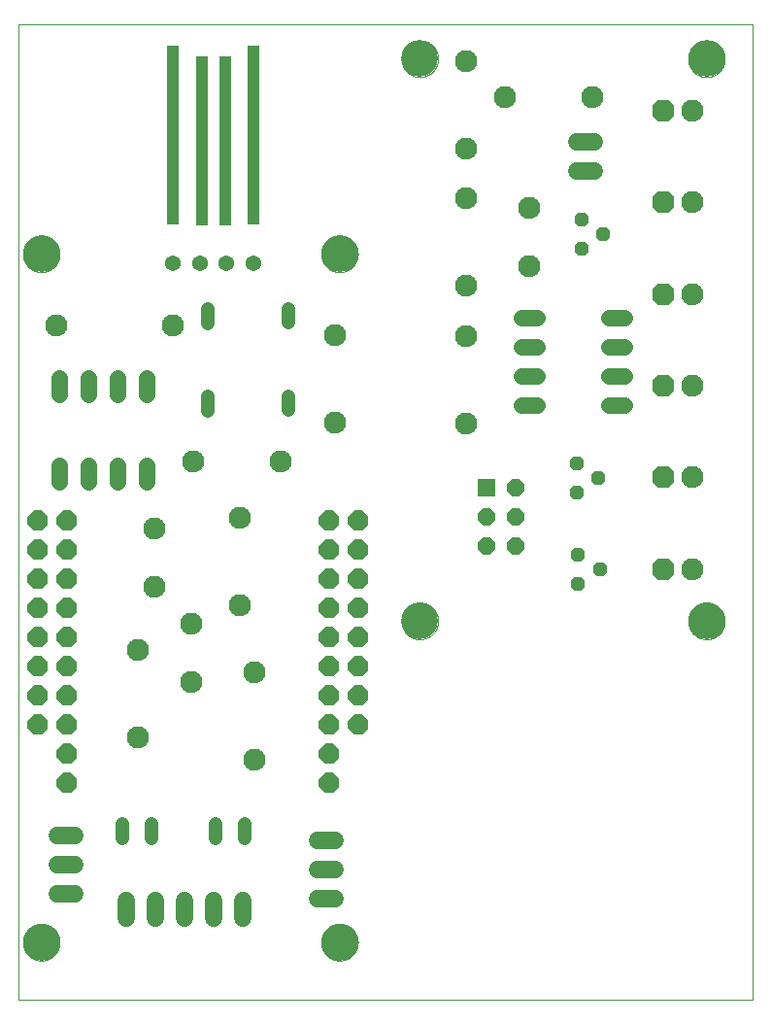
<source format=gts>
G75*
%MOIN*%
%OFA0B0*%
%FSLAX25Y25*%
%IPPOS*%
%LPD*%
%AMOC8*
5,1,8,0,0,1.08239X$1,22.5*
%
%ADD10C,0.00000*%
%ADD11C,0.12598*%
%ADD12C,0.07600*%
%ADD13C,0.04800*%
%ADD14OC8,0.07000*%
%ADD15R,0.06000X0.06000*%
%ADD16OC8,0.06000*%
%ADD17C,0.06000*%
%ADD18OC8,0.07600*%
%ADD19OC8,0.04800*%
%ADD20C,0.05600*%
%ADD21R,0.03937X0.61811*%
%ADD22R,0.03937X0.57874*%
%ADD23C,0.05400*%
D10*
X0001025Y0001000D02*
X0001025Y0335646D01*
X0252994Y0335646D01*
X0252994Y0001000D01*
X0001025Y0001000D01*
X0002600Y0020685D02*
X0002602Y0020843D01*
X0002608Y0021001D01*
X0002618Y0021159D01*
X0002632Y0021317D01*
X0002650Y0021474D01*
X0002671Y0021631D01*
X0002697Y0021787D01*
X0002727Y0021943D01*
X0002760Y0022098D01*
X0002798Y0022251D01*
X0002839Y0022404D01*
X0002884Y0022556D01*
X0002933Y0022707D01*
X0002986Y0022856D01*
X0003042Y0023004D01*
X0003102Y0023150D01*
X0003166Y0023295D01*
X0003234Y0023438D01*
X0003305Y0023580D01*
X0003379Y0023720D01*
X0003457Y0023857D01*
X0003539Y0023993D01*
X0003623Y0024127D01*
X0003712Y0024258D01*
X0003803Y0024387D01*
X0003898Y0024514D01*
X0003995Y0024639D01*
X0004096Y0024761D01*
X0004200Y0024880D01*
X0004307Y0024997D01*
X0004417Y0025111D01*
X0004530Y0025222D01*
X0004645Y0025331D01*
X0004763Y0025436D01*
X0004884Y0025538D01*
X0005007Y0025638D01*
X0005133Y0025734D01*
X0005261Y0025827D01*
X0005391Y0025917D01*
X0005524Y0026003D01*
X0005659Y0026087D01*
X0005795Y0026166D01*
X0005934Y0026243D01*
X0006075Y0026315D01*
X0006217Y0026385D01*
X0006361Y0026450D01*
X0006507Y0026512D01*
X0006654Y0026570D01*
X0006803Y0026625D01*
X0006953Y0026676D01*
X0007104Y0026723D01*
X0007256Y0026766D01*
X0007409Y0026805D01*
X0007564Y0026841D01*
X0007719Y0026872D01*
X0007875Y0026900D01*
X0008031Y0026924D01*
X0008188Y0026944D01*
X0008346Y0026960D01*
X0008503Y0026972D01*
X0008662Y0026980D01*
X0008820Y0026984D01*
X0008978Y0026984D01*
X0009136Y0026980D01*
X0009295Y0026972D01*
X0009452Y0026960D01*
X0009610Y0026944D01*
X0009767Y0026924D01*
X0009923Y0026900D01*
X0010079Y0026872D01*
X0010234Y0026841D01*
X0010389Y0026805D01*
X0010542Y0026766D01*
X0010694Y0026723D01*
X0010845Y0026676D01*
X0010995Y0026625D01*
X0011144Y0026570D01*
X0011291Y0026512D01*
X0011437Y0026450D01*
X0011581Y0026385D01*
X0011723Y0026315D01*
X0011864Y0026243D01*
X0012003Y0026166D01*
X0012139Y0026087D01*
X0012274Y0026003D01*
X0012407Y0025917D01*
X0012537Y0025827D01*
X0012665Y0025734D01*
X0012791Y0025638D01*
X0012914Y0025538D01*
X0013035Y0025436D01*
X0013153Y0025331D01*
X0013268Y0025222D01*
X0013381Y0025111D01*
X0013491Y0024997D01*
X0013598Y0024880D01*
X0013702Y0024761D01*
X0013803Y0024639D01*
X0013900Y0024514D01*
X0013995Y0024387D01*
X0014086Y0024258D01*
X0014175Y0024127D01*
X0014259Y0023993D01*
X0014341Y0023857D01*
X0014419Y0023720D01*
X0014493Y0023580D01*
X0014564Y0023438D01*
X0014632Y0023295D01*
X0014696Y0023150D01*
X0014756Y0023004D01*
X0014812Y0022856D01*
X0014865Y0022707D01*
X0014914Y0022556D01*
X0014959Y0022404D01*
X0015000Y0022251D01*
X0015038Y0022098D01*
X0015071Y0021943D01*
X0015101Y0021787D01*
X0015127Y0021631D01*
X0015148Y0021474D01*
X0015166Y0021317D01*
X0015180Y0021159D01*
X0015190Y0021001D01*
X0015196Y0020843D01*
X0015198Y0020685D01*
X0015196Y0020527D01*
X0015190Y0020369D01*
X0015180Y0020211D01*
X0015166Y0020053D01*
X0015148Y0019896D01*
X0015127Y0019739D01*
X0015101Y0019583D01*
X0015071Y0019427D01*
X0015038Y0019272D01*
X0015000Y0019119D01*
X0014959Y0018966D01*
X0014914Y0018814D01*
X0014865Y0018663D01*
X0014812Y0018514D01*
X0014756Y0018366D01*
X0014696Y0018220D01*
X0014632Y0018075D01*
X0014564Y0017932D01*
X0014493Y0017790D01*
X0014419Y0017650D01*
X0014341Y0017513D01*
X0014259Y0017377D01*
X0014175Y0017243D01*
X0014086Y0017112D01*
X0013995Y0016983D01*
X0013900Y0016856D01*
X0013803Y0016731D01*
X0013702Y0016609D01*
X0013598Y0016490D01*
X0013491Y0016373D01*
X0013381Y0016259D01*
X0013268Y0016148D01*
X0013153Y0016039D01*
X0013035Y0015934D01*
X0012914Y0015832D01*
X0012791Y0015732D01*
X0012665Y0015636D01*
X0012537Y0015543D01*
X0012407Y0015453D01*
X0012274Y0015367D01*
X0012139Y0015283D01*
X0012003Y0015204D01*
X0011864Y0015127D01*
X0011723Y0015055D01*
X0011581Y0014985D01*
X0011437Y0014920D01*
X0011291Y0014858D01*
X0011144Y0014800D01*
X0010995Y0014745D01*
X0010845Y0014694D01*
X0010694Y0014647D01*
X0010542Y0014604D01*
X0010389Y0014565D01*
X0010234Y0014529D01*
X0010079Y0014498D01*
X0009923Y0014470D01*
X0009767Y0014446D01*
X0009610Y0014426D01*
X0009452Y0014410D01*
X0009295Y0014398D01*
X0009136Y0014390D01*
X0008978Y0014386D01*
X0008820Y0014386D01*
X0008662Y0014390D01*
X0008503Y0014398D01*
X0008346Y0014410D01*
X0008188Y0014426D01*
X0008031Y0014446D01*
X0007875Y0014470D01*
X0007719Y0014498D01*
X0007564Y0014529D01*
X0007409Y0014565D01*
X0007256Y0014604D01*
X0007104Y0014647D01*
X0006953Y0014694D01*
X0006803Y0014745D01*
X0006654Y0014800D01*
X0006507Y0014858D01*
X0006361Y0014920D01*
X0006217Y0014985D01*
X0006075Y0015055D01*
X0005934Y0015127D01*
X0005795Y0015204D01*
X0005659Y0015283D01*
X0005524Y0015367D01*
X0005391Y0015453D01*
X0005261Y0015543D01*
X0005133Y0015636D01*
X0005007Y0015732D01*
X0004884Y0015832D01*
X0004763Y0015934D01*
X0004645Y0016039D01*
X0004530Y0016148D01*
X0004417Y0016259D01*
X0004307Y0016373D01*
X0004200Y0016490D01*
X0004096Y0016609D01*
X0003995Y0016731D01*
X0003898Y0016856D01*
X0003803Y0016983D01*
X0003712Y0017112D01*
X0003623Y0017243D01*
X0003539Y0017377D01*
X0003457Y0017513D01*
X0003379Y0017650D01*
X0003305Y0017790D01*
X0003234Y0017932D01*
X0003166Y0018075D01*
X0003102Y0018220D01*
X0003042Y0018366D01*
X0002986Y0018514D01*
X0002933Y0018663D01*
X0002884Y0018814D01*
X0002839Y0018966D01*
X0002798Y0019119D01*
X0002760Y0019272D01*
X0002727Y0019427D01*
X0002697Y0019583D01*
X0002671Y0019739D01*
X0002650Y0019896D01*
X0002632Y0020053D01*
X0002618Y0020211D01*
X0002608Y0020369D01*
X0002602Y0020527D01*
X0002600Y0020685D01*
X0104962Y0020685D02*
X0104964Y0020843D01*
X0104970Y0021001D01*
X0104980Y0021159D01*
X0104994Y0021317D01*
X0105012Y0021474D01*
X0105033Y0021631D01*
X0105059Y0021787D01*
X0105089Y0021943D01*
X0105122Y0022098D01*
X0105160Y0022251D01*
X0105201Y0022404D01*
X0105246Y0022556D01*
X0105295Y0022707D01*
X0105348Y0022856D01*
X0105404Y0023004D01*
X0105464Y0023150D01*
X0105528Y0023295D01*
X0105596Y0023438D01*
X0105667Y0023580D01*
X0105741Y0023720D01*
X0105819Y0023857D01*
X0105901Y0023993D01*
X0105985Y0024127D01*
X0106074Y0024258D01*
X0106165Y0024387D01*
X0106260Y0024514D01*
X0106357Y0024639D01*
X0106458Y0024761D01*
X0106562Y0024880D01*
X0106669Y0024997D01*
X0106779Y0025111D01*
X0106892Y0025222D01*
X0107007Y0025331D01*
X0107125Y0025436D01*
X0107246Y0025538D01*
X0107369Y0025638D01*
X0107495Y0025734D01*
X0107623Y0025827D01*
X0107753Y0025917D01*
X0107886Y0026003D01*
X0108021Y0026087D01*
X0108157Y0026166D01*
X0108296Y0026243D01*
X0108437Y0026315D01*
X0108579Y0026385D01*
X0108723Y0026450D01*
X0108869Y0026512D01*
X0109016Y0026570D01*
X0109165Y0026625D01*
X0109315Y0026676D01*
X0109466Y0026723D01*
X0109618Y0026766D01*
X0109771Y0026805D01*
X0109926Y0026841D01*
X0110081Y0026872D01*
X0110237Y0026900D01*
X0110393Y0026924D01*
X0110550Y0026944D01*
X0110708Y0026960D01*
X0110865Y0026972D01*
X0111024Y0026980D01*
X0111182Y0026984D01*
X0111340Y0026984D01*
X0111498Y0026980D01*
X0111657Y0026972D01*
X0111814Y0026960D01*
X0111972Y0026944D01*
X0112129Y0026924D01*
X0112285Y0026900D01*
X0112441Y0026872D01*
X0112596Y0026841D01*
X0112751Y0026805D01*
X0112904Y0026766D01*
X0113056Y0026723D01*
X0113207Y0026676D01*
X0113357Y0026625D01*
X0113506Y0026570D01*
X0113653Y0026512D01*
X0113799Y0026450D01*
X0113943Y0026385D01*
X0114085Y0026315D01*
X0114226Y0026243D01*
X0114365Y0026166D01*
X0114501Y0026087D01*
X0114636Y0026003D01*
X0114769Y0025917D01*
X0114899Y0025827D01*
X0115027Y0025734D01*
X0115153Y0025638D01*
X0115276Y0025538D01*
X0115397Y0025436D01*
X0115515Y0025331D01*
X0115630Y0025222D01*
X0115743Y0025111D01*
X0115853Y0024997D01*
X0115960Y0024880D01*
X0116064Y0024761D01*
X0116165Y0024639D01*
X0116262Y0024514D01*
X0116357Y0024387D01*
X0116448Y0024258D01*
X0116537Y0024127D01*
X0116621Y0023993D01*
X0116703Y0023857D01*
X0116781Y0023720D01*
X0116855Y0023580D01*
X0116926Y0023438D01*
X0116994Y0023295D01*
X0117058Y0023150D01*
X0117118Y0023004D01*
X0117174Y0022856D01*
X0117227Y0022707D01*
X0117276Y0022556D01*
X0117321Y0022404D01*
X0117362Y0022251D01*
X0117400Y0022098D01*
X0117433Y0021943D01*
X0117463Y0021787D01*
X0117489Y0021631D01*
X0117510Y0021474D01*
X0117528Y0021317D01*
X0117542Y0021159D01*
X0117552Y0021001D01*
X0117558Y0020843D01*
X0117560Y0020685D01*
X0117558Y0020527D01*
X0117552Y0020369D01*
X0117542Y0020211D01*
X0117528Y0020053D01*
X0117510Y0019896D01*
X0117489Y0019739D01*
X0117463Y0019583D01*
X0117433Y0019427D01*
X0117400Y0019272D01*
X0117362Y0019119D01*
X0117321Y0018966D01*
X0117276Y0018814D01*
X0117227Y0018663D01*
X0117174Y0018514D01*
X0117118Y0018366D01*
X0117058Y0018220D01*
X0116994Y0018075D01*
X0116926Y0017932D01*
X0116855Y0017790D01*
X0116781Y0017650D01*
X0116703Y0017513D01*
X0116621Y0017377D01*
X0116537Y0017243D01*
X0116448Y0017112D01*
X0116357Y0016983D01*
X0116262Y0016856D01*
X0116165Y0016731D01*
X0116064Y0016609D01*
X0115960Y0016490D01*
X0115853Y0016373D01*
X0115743Y0016259D01*
X0115630Y0016148D01*
X0115515Y0016039D01*
X0115397Y0015934D01*
X0115276Y0015832D01*
X0115153Y0015732D01*
X0115027Y0015636D01*
X0114899Y0015543D01*
X0114769Y0015453D01*
X0114636Y0015367D01*
X0114501Y0015283D01*
X0114365Y0015204D01*
X0114226Y0015127D01*
X0114085Y0015055D01*
X0113943Y0014985D01*
X0113799Y0014920D01*
X0113653Y0014858D01*
X0113506Y0014800D01*
X0113357Y0014745D01*
X0113207Y0014694D01*
X0113056Y0014647D01*
X0112904Y0014604D01*
X0112751Y0014565D01*
X0112596Y0014529D01*
X0112441Y0014498D01*
X0112285Y0014470D01*
X0112129Y0014446D01*
X0111972Y0014426D01*
X0111814Y0014410D01*
X0111657Y0014398D01*
X0111498Y0014390D01*
X0111340Y0014386D01*
X0111182Y0014386D01*
X0111024Y0014390D01*
X0110865Y0014398D01*
X0110708Y0014410D01*
X0110550Y0014426D01*
X0110393Y0014446D01*
X0110237Y0014470D01*
X0110081Y0014498D01*
X0109926Y0014529D01*
X0109771Y0014565D01*
X0109618Y0014604D01*
X0109466Y0014647D01*
X0109315Y0014694D01*
X0109165Y0014745D01*
X0109016Y0014800D01*
X0108869Y0014858D01*
X0108723Y0014920D01*
X0108579Y0014985D01*
X0108437Y0015055D01*
X0108296Y0015127D01*
X0108157Y0015204D01*
X0108021Y0015283D01*
X0107886Y0015367D01*
X0107753Y0015453D01*
X0107623Y0015543D01*
X0107495Y0015636D01*
X0107369Y0015732D01*
X0107246Y0015832D01*
X0107125Y0015934D01*
X0107007Y0016039D01*
X0106892Y0016148D01*
X0106779Y0016259D01*
X0106669Y0016373D01*
X0106562Y0016490D01*
X0106458Y0016609D01*
X0106357Y0016731D01*
X0106260Y0016856D01*
X0106165Y0016983D01*
X0106074Y0017112D01*
X0105985Y0017243D01*
X0105901Y0017377D01*
X0105819Y0017513D01*
X0105741Y0017650D01*
X0105667Y0017790D01*
X0105596Y0017932D01*
X0105528Y0018075D01*
X0105464Y0018220D01*
X0105404Y0018366D01*
X0105348Y0018514D01*
X0105295Y0018663D01*
X0105246Y0018814D01*
X0105201Y0018966D01*
X0105160Y0019119D01*
X0105122Y0019272D01*
X0105089Y0019427D01*
X0105059Y0019583D01*
X0105033Y0019739D01*
X0105012Y0019896D01*
X0104994Y0020053D01*
X0104980Y0020211D01*
X0104970Y0020369D01*
X0104964Y0020527D01*
X0104962Y0020685D01*
X0132521Y0130921D02*
X0132523Y0131079D01*
X0132529Y0131237D01*
X0132539Y0131395D01*
X0132553Y0131553D01*
X0132571Y0131710D01*
X0132592Y0131867D01*
X0132618Y0132023D01*
X0132648Y0132179D01*
X0132681Y0132334D01*
X0132719Y0132487D01*
X0132760Y0132640D01*
X0132805Y0132792D01*
X0132854Y0132943D01*
X0132907Y0133092D01*
X0132963Y0133240D01*
X0133023Y0133386D01*
X0133087Y0133531D01*
X0133155Y0133674D01*
X0133226Y0133816D01*
X0133300Y0133956D01*
X0133378Y0134093D01*
X0133460Y0134229D01*
X0133544Y0134363D01*
X0133633Y0134494D01*
X0133724Y0134623D01*
X0133819Y0134750D01*
X0133916Y0134875D01*
X0134017Y0134997D01*
X0134121Y0135116D01*
X0134228Y0135233D01*
X0134338Y0135347D01*
X0134451Y0135458D01*
X0134566Y0135567D01*
X0134684Y0135672D01*
X0134805Y0135774D01*
X0134928Y0135874D01*
X0135054Y0135970D01*
X0135182Y0136063D01*
X0135312Y0136153D01*
X0135445Y0136239D01*
X0135580Y0136323D01*
X0135716Y0136402D01*
X0135855Y0136479D01*
X0135996Y0136551D01*
X0136138Y0136621D01*
X0136282Y0136686D01*
X0136428Y0136748D01*
X0136575Y0136806D01*
X0136724Y0136861D01*
X0136874Y0136912D01*
X0137025Y0136959D01*
X0137177Y0137002D01*
X0137330Y0137041D01*
X0137485Y0137077D01*
X0137640Y0137108D01*
X0137796Y0137136D01*
X0137952Y0137160D01*
X0138109Y0137180D01*
X0138267Y0137196D01*
X0138424Y0137208D01*
X0138583Y0137216D01*
X0138741Y0137220D01*
X0138899Y0137220D01*
X0139057Y0137216D01*
X0139216Y0137208D01*
X0139373Y0137196D01*
X0139531Y0137180D01*
X0139688Y0137160D01*
X0139844Y0137136D01*
X0140000Y0137108D01*
X0140155Y0137077D01*
X0140310Y0137041D01*
X0140463Y0137002D01*
X0140615Y0136959D01*
X0140766Y0136912D01*
X0140916Y0136861D01*
X0141065Y0136806D01*
X0141212Y0136748D01*
X0141358Y0136686D01*
X0141502Y0136621D01*
X0141644Y0136551D01*
X0141785Y0136479D01*
X0141924Y0136402D01*
X0142060Y0136323D01*
X0142195Y0136239D01*
X0142328Y0136153D01*
X0142458Y0136063D01*
X0142586Y0135970D01*
X0142712Y0135874D01*
X0142835Y0135774D01*
X0142956Y0135672D01*
X0143074Y0135567D01*
X0143189Y0135458D01*
X0143302Y0135347D01*
X0143412Y0135233D01*
X0143519Y0135116D01*
X0143623Y0134997D01*
X0143724Y0134875D01*
X0143821Y0134750D01*
X0143916Y0134623D01*
X0144007Y0134494D01*
X0144096Y0134363D01*
X0144180Y0134229D01*
X0144262Y0134093D01*
X0144340Y0133956D01*
X0144414Y0133816D01*
X0144485Y0133674D01*
X0144553Y0133531D01*
X0144617Y0133386D01*
X0144677Y0133240D01*
X0144733Y0133092D01*
X0144786Y0132943D01*
X0144835Y0132792D01*
X0144880Y0132640D01*
X0144921Y0132487D01*
X0144959Y0132334D01*
X0144992Y0132179D01*
X0145022Y0132023D01*
X0145048Y0131867D01*
X0145069Y0131710D01*
X0145087Y0131553D01*
X0145101Y0131395D01*
X0145111Y0131237D01*
X0145117Y0131079D01*
X0145119Y0130921D01*
X0145117Y0130763D01*
X0145111Y0130605D01*
X0145101Y0130447D01*
X0145087Y0130289D01*
X0145069Y0130132D01*
X0145048Y0129975D01*
X0145022Y0129819D01*
X0144992Y0129663D01*
X0144959Y0129508D01*
X0144921Y0129355D01*
X0144880Y0129202D01*
X0144835Y0129050D01*
X0144786Y0128899D01*
X0144733Y0128750D01*
X0144677Y0128602D01*
X0144617Y0128456D01*
X0144553Y0128311D01*
X0144485Y0128168D01*
X0144414Y0128026D01*
X0144340Y0127886D01*
X0144262Y0127749D01*
X0144180Y0127613D01*
X0144096Y0127479D01*
X0144007Y0127348D01*
X0143916Y0127219D01*
X0143821Y0127092D01*
X0143724Y0126967D01*
X0143623Y0126845D01*
X0143519Y0126726D01*
X0143412Y0126609D01*
X0143302Y0126495D01*
X0143189Y0126384D01*
X0143074Y0126275D01*
X0142956Y0126170D01*
X0142835Y0126068D01*
X0142712Y0125968D01*
X0142586Y0125872D01*
X0142458Y0125779D01*
X0142328Y0125689D01*
X0142195Y0125603D01*
X0142060Y0125519D01*
X0141924Y0125440D01*
X0141785Y0125363D01*
X0141644Y0125291D01*
X0141502Y0125221D01*
X0141358Y0125156D01*
X0141212Y0125094D01*
X0141065Y0125036D01*
X0140916Y0124981D01*
X0140766Y0124930D01*
X0140615Y0124883D01*
X0140463Y0124840D01*
X0140310Y0124801D01*
X0140155Y0124765D01*
X0140000Y0124734D01*
X0139844Y0124706D01*
X0139688Y0124682D01*
X0139531Y0124662D01*
X0139373Y0124646D01*
X0139216Y0124634D01*
X0139057Y0124626D01*
X0138899Y0124622D01*
X0138741Y0124622D01*
X0138583Y0124626D01*
X0138424Y0124634D01*
X0138267Y0124646D01*
X0138109Y0124662D01*
X0137952Y0124682D01*
X0137796Y0124706D01*
X0137640Y0124734D01*
X0137485Y0124765D01*
X0137330Y0124801D01*
X0137177Y0124840D01*
X0137025Y0124883D01*
X0136874Y0124930D01*
X0136724Y0124981D01*
X0136575Y0125036D01*
X0136428Y0125094D01*
X0136282Y0125156D01*
X0136138Y0125221D01*
X0135996Y0125291D01*
X0135855Y0125363D01*
X0135716Y0125440D01*
X0135580Y0125519D01*
X0135445Y0125603D01*
X0135312Y0125689D01*
X0135182Y0125779D01*
X0135054Y0125872D01*
X0134928Y0125968D01*
X0134805Y0126068D01*
X0134684Y0126170D01*
X0134566Y0126275D01*
X0134451Y0126384D01*
X0134338Y0126495D01*
X0134228Y0126609D01*
X0134121Y0126726D01*
X0134017Y0126845D01*
X0133916Y0126967D01*
X0133819Y0127092D01*
X0133724Y0127219D01*
X0133633Y0127348D01*
X0133544Y0127479D01*
X0133460Y0127613D01*
X0133378Y0127749D01*
X0133300Y0127886D01*
X0133226Y0128026D01*
X0133155Y0128168D01*
X0133087Y0128311D01*
X0133023Y0128456D01*
X0132963Y0128602D01*
X0132907Y0128750D01*
X0132854Y0128899D01*
X0132805Y0129050D01*
X0132760Y0129202D01*
X0132719Y0129355D01*
X0132681Y0129508D01*
X0132648Y0129663D01*
X0132618Y0129819D01*
X0132592Y0129975D01*
X0132571Y0130132D01*
X0132553Y0130289D01*
X0132539Y0130447D01*
X0132529Y0130605D01*
X0132523Y0130763D01*
X0132521Y0130921D01*
X0104962Y0256906D02*
X0104964Y0257064D01*
X0104970Y0257222D01*
X0104980Y0257380D01*
X0104994Y0257538D01*
X0105012Y0257695D01*
X0105033Y0257852D01*
X0105059Y0258008D01*
X0105089Y0258164D01*
X0105122Y0258319D01*
X0105160Y0258472D01*
X0105201Y0258625D01*
X0105246Y0258777D01*
X0105295Y0258928D01*
X0105348Y0259077D01*
X0105404Y0259225D01*
X0105464Y0259371D01*
X0105528Y0259516D01*
X0105596Y0259659D01*
X0105667Y0259801D01*
X0105741Y0259941D01*
X0105819Y0260078D01*
X0105901Y0260214D01*
X0105985Y0260348D01*
X0106074Y0260479D01*
X0106165Y0260608D01*
X0106260Y0260735D01*
X0106357Y0260860D01*
X0106458Y0260982D01*
X0106562Y0261101D01*
X0106669Y0261218D01*
X0106779Y0261332D01*
X0106892Y0261443D01*
X0107007Y0261552D01*
X0107125Y0261657D01*
X0107246Y0261759D01*
X0107369Y0261859D01*
X0107495Y0261955D01*
X0107623Y0262048D01*
X0107753Y0262138D01*
X0107886Y0262224D01*
X0108021Y0262308D01*
X0108157Y0262387D01*
X0108296Y0262464D01*
X0108437Y0262536D01*
X0108579Y0262606D01*
X0108723Y0262671D01*
X0108869Y0262733D01*
X0109016Y0262791D01*
X0109165Y0262846D01*
X0109315Y0262897D01*
X0109466Y0262944D01*
X0109618Y0262987D01*
X0109771Y0263026D01*
X0109926Y0263062D01*
X0110081Y0263093D01*
X0110237Y0263121D01*
X0110393Y0263145D01*
X0110550Y0263165D01*
X0110708Y0263181D01*
X0110865Y0263193D01*
X0111024Y0263201D01*
X0111182Y0263205D01*
X0111340Y0263205D01*
X0111498Y0263201D01*
X0111657Y0263193D01*
X0111814Y0263181D01*
X0111972Y0263165D01*
X0112129Y0263145D01*
X0112285Y0263121D01*
X0112441Y0263093D01*
X0112596Y0263062D01*
X0112751Y0263026D01*
X0112904Y0262987D01*
X0113056Y0262944D01*
X0113207Y0262897D01*
X0113357Y0262846D01*
X0113506Y0262791D01*
X0113653Y0262733D01*
X0113799Y0262671D01*
X0113943Y0262606D01*
X0114085Y0262536D01*
X0114226Y0262464D01*
X0114365Y0262387D01*
X0114501Y0262308D01*
X0114636Y0262224D01*
X0114769Y0262138D01*
X0114899Y0262048D01*
X0115027Y0261955D01*
X0115153Y0261859D01*
X0115276Y0261759D01*
X0115397Y0261657D01*
X0115515Y0261552D01*
X0115630Y0261443D01*
X0115743Y0261332D01*
X0115853Y0261218D01*
X0115960Y0261101D01*
X0116064Y0260982D01*
X0116165Y0260860D01*
X0116262Y0260735D01*
X0116357Y0260608D01*
X0116448Y0260479D01*
X0116537Y0260348D01*
X0116621Y0260214D01*
X0116703Y0260078D01*
X0116781Y0259941D01*
X0116855Y0259801D01*
X0116926Y0259659D01*
X0116994Y0259516D01*
X0117058Y0259371D01*
X0117118Y0259225D01*
X0117174Y0259077D01*
X0117227Y0258928D01*
X0117276Y0258777D01*
X0117321Y0258625D01*
X0117362Y0258472D01*
X0117400Y0258319D01*
X0117433Y0258164D01*
X0117463Y0258008D01*
X0117489Y0257852D01*
X0117510Y0257695D01*
X0117528Y0257538D01*
X0117542Y0257380D01*
X0117552Y0257222D01*
X0117558Y0257064D01*
X0117560Y0256906D01*
X0117558Y0256748D01*
X0117552Y0256590D01*
X0117542Y0256432D01*
X0117528Y0256274D01*
X0117510Y0256117D01*
X0117489Y0255960D01*
X0117463Y0255804D01*
X0117433Y0255648D01*
X0117400Y0255493D01*
X0117362Y0255340D01*
X0117321Y0255187D01*
X0117276Y0255035D01*
X0117227Y0254884D01*
X0117174Y0254735D01*
X0117118Y0254587D01*
X0117058Y0254441D01*
X0116994Y0254296D01*
X0116926Y0254153D01*
X0116855Y0254011D01*
X0116781Y0253871D01*
X0116703Y0253734D01*
X0116621Y0253598D01*
X0116537Y0253464D01*
X0116448Y0253333D01*
X0116357Y0253204D01*
X0116262Y0253077D01*
X0116165Y0252952D01*
X0116064Y0252830D01*
X0115960Y0252711D01*
X0115853Y0252594D01*
X0115743Y0252480D01*
X0115630Y0252369D01*
X0115515Y0252260D01*
X0115397Y0252155D01*
X0115276Y0252053D01*
X0115153Y0251953D01*
X0115027Y0251857D01*
X0114899Y0251764D01*
X0114769Y0251674D01*
X0114636Y0251588D01*
X0114501Y0251504D01*
X0114365Y0251425D01*
X0114226Y0251348D01*
X0114085Y0251276D01*
X0113943Y0251206D01*
X0113799Y0251141D01*
X0113653Y0251079D01*
X0113506Y0251021D01*
X0113357Y0250966D01*
X0113207Y0250915D01*
X0113056Y0250868D01*
X0112904Y0250825D01*
X0112751Y0250786D01*
X0112596Y0250750D01*
X0112441Y0250719D01*
X0112285Y0250691D01*
X0112129Y0250667D01*
X0111972Y0250647D01*
X0111814Y0250631D01*
X0111657Y0250619D01*
X0111498Y0250611D01*
X0111340Y0250607D01*
X0111182Y0250607D01*
X0111024Y0250611D01*
X0110865Y0250619D01*
X0110708Y0250631D01*
X0110550Y0250647D01*
X0110393Y0250667D01*
X0110237Y0250691D01*
X0110081Y0250719D01*
X0109926Y0250750D01*
X0109771Y0250786D01*
X0109618Y0250825D01*
X0109466Y0250868D01*
X0109315Y0250915D01*
X0109165Y0250966D01*
X0109016Y0251021D01*
X0108869Y0251079D01*
X0108723Y0251141D01*
X0108579Y0251206D01*
X0108437Y0251276D01*
X0108296Y0251348D01*
X0108157Y0251425D01*
X0108021Y0251504D01*
X0107886Y0251588D01*
X0107753Y0251674D01*
X0107623Y0251764D01*
X0107495Y0251857D01*
X0107369Y0251953D01*
X0107246Y0252053D01*
X0107125Y0252155D01*
X0107007Y0252260D01*
X0106892Y0252369D01*
X0106779Y0252480D01*
X0106669Y0252594D01*
X0106562Y0252711D01*
X0106458Y0252830D01*
X0106357Y0252952D01*
X0106260Y0253077D01*
X0106165Y0253204D01*
X0106074Y0253333D01*
X0105985Y0253464D01*
X0105901Y0253598D01*
X0105819Y0253734D01*
X0105741Y0253871D01*
X0105667Y0254011D01*
X0105596Y0254153D01*
X0105528Y0254296D01*
X0105464Y0254441D01*
X0105404Y0254587D01*
X0105348Y0254735D01*
X0105295Y0254884D01*
X0105246Y0255035D01*
X0105201Y0255187D01*
X0105160Y0255340D01*
X0105122Y0255493D01*
X0105089Y0255648D01*
X0105059Y0255804D01*
X0105033Y0255960D01*
X0105012Y0256117D01*
X0104994Y0256274D01*
X0104980Y0256432D01*
X0104970Y0256590D01*
X0104964Y0256748D01*
X0104962Y0256906D01*
X0132521Y0323835D02*
X0132523Y0323993D01*
X0132529Y0324151D01*
X0132539Y0324309D01*
X0132553Y0324467D01*
X0132571Y0324624D01*
X0132592Y0324781D01*
X0132618Y0324937D01*
X0132648Y0325093D01*
X0132681Y0325248D01*
X0132719Y0325401D01*
X0132760Y0325554D01*
X0132805Y0325706D01*
X0132854Y0325857D01*
X0132907Y0326006D01*
X0132963Y0326154D01*
X0133023Y0326300D01*
X0133087Y0326445D01*
X0133155Y0326588D01*
X0133226Y0326730D01*
X0133300Y0326870D01*
X0133378Y0327007D01*
X0133460Y0327143D01*
X0133544Y0327277D01*
X0133633Y0327408D01*
X0133724Y0327537D01*
X0133819Y0327664D01*
X0133916Y0327789D01*
X0134017Y0327911D01*
X0134121Y0328030D01*
X0134228Y0328147D01*
X0134338Y0328261D01*
X0134451Y0328372D01*
X0134566Y0328481D01*
X0134684Y0328586D01*
X0134805Y0328688D01*
X0134928Y0328788D01*
X0135054Y0328884D01*
X0135182Y0328977D01*
X0135312Y0329067D01*
X0135445Y0329153D01*
X0135580Y0329237D01*
X0135716Y0329316D01*
X0135855Y0329393D01*
X0135996Y0329465D01*
X0136138Y0329535D01*
X0136282Y0329600D01*
X0136428Y0329662D01*
X0136575Y0329720D01*
X0136724Y0329775D01*
X0136874Y0329826D01*
X0137025Y0329873D01*
X0137177Y0329916D01*
X0137330Y0329955D01*
X0137485Y0329991D01*
X0137640Y0330022D01*
X0137796Y0330050D01*
X0137952Y0330074D01*
X0138109Y0330094D01*
X0138267Y0330110D01*
X0138424Y0330122D01*
X0138583Y0330130D01*
X0138741Y0330134D01*
X0138899Y0330134D01*
X0139057Y0330130D01*
X0139216Y0330122D01*
X0139373Y0330110D01*
X0139531Y0330094D01*
X0139688Y0330074D01*
X0139844Y0330050D01*
X0140000Y0330022D01*
X0140155Y0329991D01*
X0140310Y0329955D01*
X0140463Y0329916D01*
X0140615Y0329873D01*
X0140766Y0329826D01*
X0140916Y0329775D01*
X0141065Y0329720D01*
X0141212Y0329662D01*
X0141358Y0329600D01*
X0141502Y0329535D01*
X0141644Y0329465D01*
X0141785Y0329393D01*
X0141924Y0329316D01*
X0142060Y0329237D01*
X0142195Y0329153D01*
X0142328Y0329067D01*
X0142458Y0328977D01*
X0142586Y0328884D01*
X0142712Y0328788D01*
X0142835Y0328688D01*
X0142956Y0328586D01*
X0143074Y0328481D01*
X0143189Y0328372D01*
X0143302Y0328261D01*
X0143412Y0328147D01*
X0143519Y0328030D01*
X0143623Y0327911D01*
X0143724Y0327789D01*
X0143821Y0327664D01*
X0143916Y0327537D01*
X0144007Y0327408D01*
X0144096Y0327277D01*
X0144180Y0327143D01*
X0144262Y0327007D01*
X0144340Y0326870D01*
X0144414Y0326730D01*
X0144485Y0326588D01*
X0144553Y0326445D01*
X0144617Y0326300D01*
X0144677Y0326154D01*
X0144733Y0326006D01*
X0144786Y0325857D01*
X0144835Y0325706D01*
X0144880Y0325554D01*
X0144921Y0325401D01*
X0144959Y0325248D01*
X0144992Y0325093D01*
X0145022Y0324937D01*
X0145048Y0324781D01*
X0145069Y0324624D01*
X0145087Y0324467D01*
X0145101Y0324309D01*
X0145111Y0324151D01*
X0145117Y0323993D01*
X0145119Y0323835D01*
X0145117Y0323677D01*
X0145111Y0323519D01*
X0145101Y0323361D01*
X0145087Y0323203D01*
X0145069Y0323046D01*
X0145048Y0322889D01*
X0145022Y0322733D01*
X0144992Y0322577D01*
X0144959Y0322422D01*
X0144921Y0322269D01*
X0144880Y0322116D01*
X0144835Y0321964D01*
X0144786Y0321813D01*
X0144733Y0321664D01*
X0144677Y0321516D01*
X0144617Y0321370D01*
X0144553Y0321225D01*
X0144485Y0321082D01*
X0144414Y0320940D01*
X0144340Y0320800D01*
X0144262Y0320663D01*
X0144180Y0320527D01*
X0144096Y0320393D01*
X0144007Y0320262D01*
X0143916Y0320133D01*
X0143821Y0320006D01*
X0143724Y0319881D01*
X0143623Y0319759D01*
X0143519Y0319640D01*
X0143412Y0319523D01*
X0143302Y0319409D01*
X0143189Y0319298D01*
X0143074Y0319189D01*
X0142956Y0319084D01*
X0142835Y0318982D01*
X0142712Y0318882D01*
X0142586Y0318786D01*
X0142458Y0318693D01*
X0142328Y0318603D01*
X0142195Y0318517D01*
X0142060Y0318433D01*
X0141924Y0318354D01*
X0141785Y0318277D01*
X0141644Y0318205D01*
X0141502Y0318135D01*
X0141358Y0318070D01*
X0141212Y0318008D01*
X0141065Y0317950D01*
X0140916Y0317895D01*
X0140766Y0317844D01*
X0140615Y0317797D01*
X0140463Y0317754D01*
X0140310Y0317715D01*
X0140155Y0317679D01*
X0140000Y0317648D01*
X0139844Y0317620D01*
X0139688Y0317596D01*
X0139531Y0317576D01*
X0139373Y0317560D01*
X0139216Y0317548D01*
X0139057Y0317540D01*
X0138899Y0317536D01*
X0138741Y0317536D01*
X0138583Y0317540D01*
X0138424Y0317548D01*
X0138267Y0317560D01*
X0138109Y0317576D01*
X0137952Y0317596D01*
X0137796Y0317620D01*
X0137640Y0317648D01*
X0137485Y0317679D01*
X0137330Y0317715D01*
X0137177Y0317754D01*
X0137025Y0317797D01*
X0136874Y0317844D01*
X0136724Y0317895D01*
X0136575Y0317950D01*
X0136428Y0318008D01*
X0136282Y0318070D01*
X0136138Y0318135D01*
X0135996Y0318205D01*
X0135855Y0318277D01*
X0135716Y0318354D01*
X0135580Y0318433D01*
X0135445Y0318517D01*
X0135312Y0318603D01*
X0135182Y0318693D01*
X0135054Y0318786D01*
X0134928Y0318882D01*
X0134805Y0318982D01*
X0134684Y0319084D01*
X0134566Y0319189D01*
X0134451Y0319298D01*
X0134338Y0319409D01*
X0134228Y0319523D01*
X0134121Y0319640D01*
X0134017Y0319759D01*
X0133916Y0319881D01*
X0133819Y0320006D01*
X0133724Y0320133D01*
X0133633Y0320262D01*
X0133544Y0320393D01*
X0133460Y0320527D01*
X0133378Y0320663D01*
X0133300Y0320800D01*
X0133226Y0320940D01*
X0133155Y0321082D01*
X0133087Y0321225D01*
X0133023Y0321370D01*
X0132963Y0321516D01*
X0132907Y0321664D01*
X0132854Y0321813D01*
X0132805Y0321964D01*
X0132760Y0322116D01*
X0132719Y0322269D01*
X0132681Y0322422D01*
X0132648Y0322577D01*
X0132618Y0322733D01*
X0132592Y0322889D01*
X0132571Y0323046D01*
X0132553Y0323203D01*
X0132539Y0323361D01*
X0132529Y0323519D01*
X0132523Y0323677D01*
X0132521Y0323835D01*
X0230947Y0323835D02*
X0230949Y0323993D01*
X0230955Y0324151D01*
X0230965Y0324309D01*
X0230979Y0324467D01*
X0230997Y0324624D01*
X0231018Y0324781D01*
X0231044Y0324937D01*
X0231074Y0325093D01*
X0231107Y0325248D01*
X0231145Y0325401D01*
X0231186Y0325554D01*
X0231231Y0325706D01*
X0231280Y0325857D01*
X0231333Y0326006D01*
X0231389Y0326154D01*
X0231449Y0326300D01*
X0231513Y0326445D01*
X0231581Y0326588D01*
X0231652Y0326730D01*
X0231726Y0326870D01*
X0231804Y0327007D01*
X0231886Y0327143D01*
X0231970Y0327277D01*
X0232059Y0327408D01*
X0232150Y0327537D01*
X0232245Y0327664D01*
X0232342Y0327789D01*
X0232443Y0327911D01*
X0232547Y0328030D01*
X0232654Y0328147D01*
X0232764Y0328261D01*
X0232877Y0328372D01*
X0232992Y0328481D01*
X0233110Y0328586D01*
X0233231Y0328688D01*
X0233354Y0328788D01*
X0233480Y0328884D01*
X0233608Y0328977D01*
X0233738Y0329067D01*
X0233871Y0329153D01*
X0234006Y0329237D01*
X0234142Y0329316D01*
X0234281Y0329393D01*
X0234422Y0329465D01*
X0234564Y0329535D01*
X0234708Y0329600D01*
X0234854Y0329662D01*
X0235001Y0329720D01*
X0235150Y0329775D01*
X0235300Y0329826D01*
X0235451Y0329873D01*
X0235603Y0329916D01*
X0235756Y0329955D01*
X0235911Y0329991D01*
X0236066Y0330022D01*
X0236222Y0330050D01*
X0236378Y0330074D01*
X0236535Y0330094D01*
X0236693Y0330110D01*
X0236850Y0330122D01*
X0237009Y0330130D01*
X0237167Y0330134D01*
X0237325Y0330134D01*
X0237483Y0330130D01*
X0237642Y0330122D01*
X0237799Y0330110D01*
X0237957Y0330094D01*
X0238114Y0330074D01*
X0238270Y0330050D01*
X0238426Y0330022D01*
X0238581Y0329991D01*
X0238736Y0329955D01*
X0238889Y0329916D01*
X0239041Y0329873D01*
X0239192Y0329826D01*
X0239342Y0329775D01*
X0239491Y0329720D01*
X0239638Y0329662D01*
X0239784Y0329600D01*
X0239928Y0329535D01*
X0240070Y0329465D01*
X0240211Y0329393D01*
X0240350Y0329316D01*
X0240486Y0329237D01*
X0240621Y0329153D01*
X0240754Y0329067D01*
X0240884Y0328977D01*
X0241012Y0328884D01*
X0241138Y0328788D01*
X0241261Y0328688D01*
X0241382Y0328586D01*
X0241500Y0328481D01*
X0241615Y0328372D01*
X0241728Y0328261D01*
X0241838Y0328147D01*
X0241945Y0328030D01*
X0242049Y0327911D01*
X0242150Y0327789D01*
X0242247Y0327664D01*
X0242342Y0327537D01*
X0242433Y0327408D01*
X0242522Y0327277D01*
X0242606Y0327143D01*
X0242688Y0327007D01*
X0242766Y0326870D01*
X0242840Y0326730D01*
X0242911Y0326588D01*
X0242979Y0326445D01*
X0243043Y0326300D01*
X0243103Y0326154D01*
X0243159Y0326006D01*
X0243212Y0325857D01*
X0243261Y0325706D01*
X0243306Y0325554D01*
X0243347Y0325401D01*
X0243385Y0325248D01*
X0243418Y0325093D01*
X0243448Y0324937D01*
X0243474Y0324781D01*
X0243495Y0324624D01*
X0243513Y0324467D01*
X0243527Y0324309D01*
X0243537Y0324151D01*
X0243543Y0323993D01*
X0243545Y0323835D01*
X0243543Y0323677D01*
X0243537Y0323519D01*
X0243527Y0323361D01*
X0243513Y0323203D01*
X0243495Y0323046D01*
X0243474Y0322889D01*
X0243448Y0322733D01*
X0243418Y0322577D01*
X0243385Y0322422D01*
X0243347Y0322269D01*
X0243306Y0322116D01*
X0243261Y0321964D01*
X0243212Y0321813D01*
X0243159Y0321664D01*
X0243103Y0321516D01*
X0243043Y0321370D01*
X0242979Y0321225D01*
X0242911Y0321082D01*
X0242840Y0320940D01*
X0242766Y0320800D01*
X0242688Y0320663D01*
X0242606Y0320527D01*
X0242522Y0320393D01*
X0242433Y0320262D01*
X0242342Y0320133D01*
X0242247Y0320006D01*
X0242150Y0319881D01*
X0242049Y0319759D01*
X0241945Y0319640D01*
X0241838Y0319523D01*
X0241728Y0319409D01*
X0241615Y0319298D01*
X0241500Y0319189D01*
X0241382Y0319084D01*
X0241261Y0318982D01*
X0241138Y0318882D01*
X0241012Y0318786D01*
X0240884Y0318693D01*
X0240754Y0318603D01*
X0240621Y0318517D01*
X0240486Y0318433D01*
X0240350Y0318354D01*
X0240211Y0318277D01*
X0240070Y0318205D01*
X0239928Y0318135D01*
X0239784Y0318070D01*
X0239638Y0318008D01*
X0239491Y0317950D01*
X0239342Y0317895D01*
X0239192Y0317844D01*
X0239041Y0317797D01*
X0238889Y0317754D01*
X0238736Y0317715D01*
X0238581Y0317679D01*
X0238426Y0317648D01*
X0238270Y0317620D01*
X0238114Y0317596D01*
X0237957Y0317576D01*
X0237799Y0317560D01*
X0237642Y0317548D01*
X0237483Y0317540D01*
X0237325Y0317536D01*
X0237167Y0317536D01*
X0237009Y0317540D01*
X0236850Y0317548D01*
X0236693Y0317560D01*
X0236535Y0317576D01*
X0236378Y0317596D01*
X0236222Y0317620D01*
X0236066Y0317648D01*
X0235911Y0317679D01*
X0235756Y0317715D01*
X0235603Y0317754D01*
X0235451Y0317797D01*
X0235300Y0317844D01*
X0235150Y0317895D01*
X0235001Y0317950D01*
X0234854Y0318008D01*
X0234708Y0318070D01*
X0234564Y0318135D01*
X0234422Y0318205D01*
X0234281Y0318277D01*
X0234142Y0318354D01*
X0234006Y0318433D01*
X0233871Y0318517D01*
X0233738Y0318603D01*
X0233608Y0318693D01*
X0233480Y0318786D01*
X0233354Y0318882D01*
X0233231Y0318982D01*
X0233110Y0319084D01*
X0232992Y0319189D01*
X0232877Y0319298D01*
X0232764Y0319409D01*
X0232654Y0319523D01*
X0232547Y0319640D01*
X0232443Y0319759D01*
X0232342Y0319881D01*
X0232245Y0320006D01*
X0232150Y0320133D01*
X0232059Y0320262D01*
X0231970Y0320393D01*
X0231886Y0320527D01*
X0231804Y0320663D01*
X0231726Y0320800D01*
X0231652Y0320940D01*
X0231581Y0321082D01*
X0231513Y0321225D01*
X0231449Y0321370D01*
X0231389Y0321516D01*
X0231333Y0321664D01*
X0231280Y0321813D01*
X0231231Y0321964D01*
X0231186Y0322116D01*
X0231145Y0322269D01*
X0231107Y0322422D01*
X0231074Y0322577D01*
X0231044Y0322733D01*
X0231018Y0322889D01*
X0230997Y0323046D01*
X0230979Y0323203D01*
X0230965Y0323361D01*
X0230955Y0323519D01*
X0230949Y0323677D01*
X0230947Y0323835D01*
X0230947Y0130921D02*
X0230949Y0131079D01*
X0230955Y0131237D01*
X0230965Y0131395D01*
X0230979Y0131553D01*
X0230997Y0131710D01*
X0231018Y0131867D01*
X0231044Y0132023D01*
X0231074Y0132179D01*
X0231107Y0132334D01*
X0231145Y0132487D01*
X0231186Y0132640D01*
X0231231Y0132792D01*
X0231280Y0132943D01*
X0231333Y0133092D01*
X0231389Y0133240D01*
X0231449Y0133386D01*
X0231513Y0133531D01*
X0231581Y0133674D01*
X0231652Y0133816D01*
X0231726Y0133956D01*
X0231804Y0134093D01*
X0231886Y0134229D01*
X0231970Y0134363D01*
X0232059Y0134494D01*
X0232150Y0134623D01*
X0232245Y0134750D01*
X0232342Y0134875D01*
X0232443Y0134997D01*
X0232547Y0135116D01*
X0232654Y0135233D01*
X0232764Y0135347D01*
X0232877Y0135458D01*
X0232992Y0135567D01*
X0233110Y0135672D01*
X0233231Y0135774D01*
X0233354Y0135874D01*
X0233480Y0135970D01*
X0233608Y0136063D01*
X0233738Y0136153D01*
X0233871Y0136239D01*
X0234006Y0136323D01*
X0234142Y0136402D01*
X0234281Y0136479D01*
X0234422Y0136551D01*
X0234564Y0136621D01*
X0234708Y0136686D01*
X0234854Y0136748D01*
X0235001Y0136806D01*
X0235150Y0136861D01*
X0235300Y0136912D01*
X0235451Y0136959D01*
X0235603Y0137002D01*
X0235756Y0137041D01*
X0235911Y0137077D01*
X0236066Y0137108D01*
X0236222Y0137136D01*
X0236378Y0137160D01*
X0236535Y0137180D01*
X0236693Y0137196D01*
X0236850Y0137208D01*
X0237009Y0137216D01*
X0237167Y0137220D01*
X0237325Y0137220D01*
X0237483Y0137216D01*
X0237642Y0137208D01*
X0237799Y0137196D01*
X0237957Y0137180D01*
X0238114Y0137160D01*
X0238270Y0137136D01*
X0238426Y0137108D01*
X0238581Y0137077D01*
X0238736Y0137041D01*
X0238889Y0137002D01*
X0239041Y0136959D01*
X0239192Y0136912D01*
X0239342Y0136861D01*
X0239491Y0136806D01*
X0239638Y0136748D01*
X0239784Y0136686D01*
X0239928Y0136621D01*
X0240070Y0136551D01*
X0240211Y0136479D01*
X0240350Y0136402D01*
X0240486Y0136323D01*
X0240621Y0136239D01*
X0240754Y0136153D01*
X0240884Y0136063D01*
X0241012Y0135970D01*
X0241138Y0135874D01*
X0241261Y0135774D01*
X0241382Y0135672D01*
X0241500Y0135567D01*
X0241615Y0135458D01*
X0241728Y0135347D01*
X0241838Y0135233D01*
X0241945Y0135116D01*
X0242049Y0134997D01*
X0242150Y0134875D01*
X0242247Y0134750D01*
X0242342Y0134623D01*
X0242433Y0134494D01*
X0242522Y0134363D01*
X0242606Y0134229D01*
X0242688Y0134093D01*
X0242766Y0133956D01*
X0242840Y0133816D01*
X0242911Y0133674D01*
X0242979Y0133531D01*
X0243043Y0133386D01*
X0243103Y0133240D01*
X0243159Y0133092D01*
X0243212Y0132943D01*
X0243261Y0132792D01*
X0243306Y0132640D01*
X0243347Y0132487D01*
X0243385Y0132334D01*
X0243418Y0132179D01*
X0243448Y0132023D01*
X0243474Y0131867D01*
X0243495Y0131710D01*
X0243513Y0131553D01*
X0243527Y0131395D01*
X0243537Y0131237D01*
X0243543Y0131079D01*
X0243545Y0130921D01*
X0243543Y0130763D01*
X0243537Y0130605D01*
X0243527Y0130447D01*
X0243513Y0130289D01*
X0243495Y0130132D01*
X0243474Y0129975D01*
X0243448Y0129819D01*
X0243418Y0129663D01*
X0243385Y0129508D01*
X0243347Y0129355D01*
X0243306Y0129202D01*
X0243261Y0129050D01*
X0243212Y0128899D01*
X0243159Y0128750D01*
X0243103Y0128602D01*
X0243043Y0128456D01*
X0242979Y0128311D01*
X0242911Y0128168D01*
X0242840Y0128026D01*
X0242766Y0127886D01*
X0242688Y0127749D01*
X0242606Y0127613D01*
X0242522Y0127479D01*
X0242433Y0127348D01*
X0242342Y0127219D01*
X0242247Y0127092D01*
X0242150Y0126967D01*
X0242049Y0126845D01*
X0241945Y0126726D01*
X0241838Y0126609D01*
X0241728Y0126495D01*
X0241615Y0126384D01*
X0241500Y0126275D01*
X0241382Y0126170D01*
X0241261Y0126068D01*
X0241138Y0125968D01*
X0241012Y0125872D01*
X0240884Y0125779D01*
X0240754Y0125689D01*
X0240621Y0125603D01*
X0240486Y0125519D01*
X0240350Y0125440D01*
X0240211Y0125363D01*
X0240070Y0125291D01*
X0239928Y0125221D01*
X0239784Y0125156D01*
X0239638Y0125094D01*
X0239491Y0125036D01*
X0239342Y0124981D01*
X0239192Y0124930D01*
X0239041Y0124883D01*
X0238889Y0124840D01*
X0238736Y0124801D01*
X0238581Y0124765D01*
X0238426Y0124734D01*
X0238270Y0124706D01*
X0238114Y0124682D01*
X0237957Y0124662D01*
X0237799Y0124646D01*
X0237642Y0124634D01*
X0237483Y0124626D01*
X0237325Y0124622D01*
X0237167Y0124622D01*
X0237009Y0124626D01*
X0236850Y0124634D01*
X0236693Y0124646D01*
X0236535Y0124662D01*
X0236378Y0124682D01*
X0236222Y0124706D01*
X0236066Y0124734D01*
X0235911Y0124765D01*
X0235756Y0124801D01*
X0235603Y0124840D01*
X0235451Y0124883D01*
X0235300Y0124930D01*
X0235150Y0124981D01*
X0235001Y0125036D01*
X0234854Y0125094D01*
X0234708Y0125156D01*
X0234564Y0125221D01*
X0234422Y0125291D01*
X0234281Y0125363D01*
X0234142Y0125440D01*
X0234006Y0125519D01*
X0233871Y0125603D01*
X0233738Y0125689D01*
X0233608Y0125779D01*
X0233480Y0125872D01*
X0233354Y0125968D01*
X0233231Y0126068D01*
X0233110Y0126170D01*
X0232992Y0126275D01*
X0232877Y0126384D01*
X0232764Y0126495D01*
X0232654Y0126609D01*
X0232547Y0126726D01*
X0232443Y0126845D01*
X0232342Y0126967D01*
X0232245Y0127092D01*
X0232150Y0127219D01*
X0232059Y0127348D01*
X0231970Y0127479D01*
X0231886Y0127613D01*
X0231804Y0127749D01*
X0231726Y0127886D01*
X0231652Y0128026D01*
X0231581Y0128168D01*
X0231513Y0128311D01*
X0231449Y0128456D01*
X0231389Y0128602D01*
X0231333Y0128750D01*
X0231280Y0128899D01*
X0231231Y0129050D01*
X0231186Y0129202D01*
X0231145Y0129355D01*
X0231107Y0129508D01*
X0231074Y0129663D01*
X0231044Y0129819D01*
X0231018Y0129975D01*
X0230997Y0130132D01*
X0230979Y0130289D01*
X0230965Y0130447D01*
X0230955Y0130605D01*
X0230949Y0130763D01*
X0230947Y0130921D01*
X0002600Y0256906D02*
X0002602Y0257064D01*
X0002608Y0257222D01*
X0002618Y0257380D01*
X0002632Y0257538D01*
X0002650Y0257695D01*
X0002671Y0257852D01*
X0002697Y0258008D01*
X0002727Y0258164D01*
X0002760Y0258319D01*
X0002798Y0258472D01*
X0002839Y0258625D01*
X0002884Y0258777D01*
X0002933Y0258928D01*
X0002986Y0259077D01*
X0003042Y0259225D01*
X0003102Y0259371D01*
X0003166Y0259516D01*
X0003234Y0259659D01*
X0003305Y0259801D01*
X0003379Y0259941D01*
X0003457Y0260078D01*
X0003539Y0260214D01*
X0003623Y0260348D01*
X0003712Y0260479D01*
X0003803Y0260608D01*
X0003898Y0260735D01*
X0003995Y0260860D01*
X0004096Y0260982D01*
X0004200Y0261101D01*
X0004307Y0261218D01*
X0004417Y0261332D01*
X0004530Y0261443D01*
X0004645Y0261552D01*
X0004763Y0261657D01*
X0004884Y0261759D01*
X0005007Y0261859D01*
X0005133Y0261955D01*
X0005261Y0262048D01*
X0005391Y0262138D01*
X0005524Y0262224D01*
X0005659Y0262308D01*
X0005795Y0262387D01*
X0005934Y0262464D01*
X0006075Y0262536D01*
X0006217Y0262606D01*
X0006361Y0262671D01*
X0006507Y0262733D01*
X0006654Y0262791D01*
X0006803Y0262846D01*
X0006953Y0262897D01*
X0007104Y0262944D01*
X0007256Y0262987D01*
X0007409Y0263026D01*
X0007564Y0263062D01*
X0007719Y0263093D01*
X0007875Y0263121D01*
X0008031Y0263145D01*
X0008188Y0263165D01*
X0008346Y0263181D01*
X0008503Y0263193D01*
X0008662Y0263201D01*
X0008820Y0263205D01*
X0008978Y0263205D01*
X0009136Y0263201D01*
X0009295Y0263193D01*
X0009452Y0263181D01*
X0009610Y0263165D01*
X0009767Y0263145D01*
X0009923Y0263121D01*
X0010079Y0263093D01*
X0010234Y0263062D01*
X0010389Y0263026D01*
X0010542Y0262987D01*
X0010694Y0262944D01*
X0010845Y0262897D01*
X0010995Y0262846D01*
X0011144Y0262791D01*
X0011291Y0262733D01*
X0011437Y0262671D01*
X0011581Y0262606D01*
X0011723Y0262536D01*
X0011864Y0262464D01*
X0012003Y0262387D01*
X0012139Y0262308D01*
X0012274Y0262224D01*
X0012407Y0262138D01*
X0012537Y0262048D01*
X0012665Y0261955D01*
X0012791Y0261859D01*
X0012914Y0261759D01*
X0013035Y0261657D01*
X0013153Y0261552D01*
X0013268Y0261443D01*
X0013381Y0261332D01*
X0013491Y0261218D01*
X0013598Y0261101D01*
X0013702Y0260982D01*
X0013803Y0260860D01*
X0013900Y0260735D01*
X0013995Y0260608D01*
X0014086Y0260479D01*
X0014175Y0260348D01*
X0014259Y0260214D01*
X0014341Y0260078D01*
X0014419Y0259941D01*
X0014493Y0259801D01*
X0014564Y0259659D01*
X0014632Y0259516D01*
X0014696Y0259371D01*
X0014756Y0259225D01*
X0014812Y0259077D01*
X0014865Y0258928D01*
X0014914Y0258777D01*
X0014959Y0258625D01*
X0015000Y0258472D01*
X0015038Y0258319D01*
X0015071Y0258164D01*
X0015101Y0258008D01*
X0015127Y0257852D01*
X0015148Y0257695D01*
X0015166Y0257538D01*
X0015180Y0257380D01*
X0015190Y0257222D01*
X0015196Y0257064D01*
X0015198Y0256906D01*
X0015196Y0256748D01*
X0015190Y0256590D01*
X0015180Y0256432D01*
X0015166Y0256274D01*
X0015148Y0256117D01*
X0015127Y0255960D01*
X0015101Y0255804D01*
X0015071Y0255648D01*
X0015038Y0255493D01*
X0015000Y0255340D01*
X0014959Y0255187D01*
X0014914Y0255035D01*
X0014865Y0254884D01*
X0014812Y0254735D01*
X0014756Y0254587D01*
X0014696Y0254441D01*
X0014632Y0254296D01*
X0014564Y0254153D01*
X0014493Y0254011D01*
X0014419Y0253871D01*
X0014341Y0253734D01*
X0014259Y0253598D01*
X0014175Y0253464D01*
X0014086Y0253333D01*
X0013995Y0253204D01*
X0013900Y0253077D01*
X0013803Y0252952D01*
X0013702Y0252830D01*
X0013598Y0252711D01*
X0013491Y0252594D01*
X0013381Y0252480D01*
X0013268Y0252369D01*
X0013153Y0252260D01*
X0013035Y0252155D01*
X0012914Y0252053D01*
X0012791Y0251953D01*
X0012665Y0251857D01*
X0012537Y0251764D01*
X0012407Y0251674D01*
X0012274Y0251588D01*
X0012139Y0251504D01*
X0012003Y0251425D01*
X0011864Y0251348D01*
X0011723Y0251276D01*
X0011581Y0251206D01*
X0011437Y0251141D01*
X0011291Y0251079D01*
X0011144Y0251021D01*
X0010995Y0250966D01*
X0010845Y0250915D01*
X0010694Y0250868D01*
X0010542Y0250825D01*
X0010389Y0250786D01*
X0010234Y0250750D01*
X0010079Y0250719D01*
X0009923Y0250691D01*
X0009767Y0250667D01*
X0009610Y0250647D01*
X0009452Y0250631D01*
X0009295Y0250619D01*
X0009136Y0250611D01*
X0008978Y0250607D01*
X0008820Y0250607D01*
X0008662Y0250611D01*
X0008503Y0250619D01*
X0008346Y0250631D01*
X0008188Y0250647D01*
X0008031Y0250667D01*
X0007875Y0250691D01*
X0007719Y0250719D01*
X0007564Y0250750D01*
X0007409Y0250786D01*
X0007256Y0250825D01*
X0007104Y0250868D01*
X0006953Y0250915D01*
X0006803Y0250966D01*
X0006654Y0251021D01*
X0006507Y0251079D01*
X0006361Y0251141D01*
X0006217Y0251206D01*
X0006075Y0251276D01*
X0005934Y0251348D01*
X0005795Y0251425D01*
X0005659Y0251504D01*
X0005524Y0251588D01*
X0005391Y0251674D01*
X0005261Y0251764D01*
X0005133Y0251857D01*
X0005007Y0251953D01*
X0004884Y0252053D01*
X0004763Y0252155D01*
X0004645Y0252260D01*
X0004530Y0252369D01*
X0004417Y0252480D01*
X0004307Y0252594D01*
X0004200Y0252711D01*
X0004096Y0252830D01*
X0003995Y0252952D01*
X0003898Y0253077D01*
X0003803Y0253204D01*
X0003712Y0253333D01*
X0003623Y0253464D01*
X0003539Y0253598D01*
X0003457Y0253734D01*
X0003379Y0253871D01*
X0003305Y0254011D01*
X0003234Y0254153D01*
X0003166Y0254296D01*
X0003102Y0254441D01*
X0003042Y0254587D01*
X0002986Y0254735D01*
X0002933Y0254884D01*
X0002884Y0255035D01*
X0002839Y0255187D01*
X0002798Y0255340D01*
X0002760Y0255493D01*
X0002727Y0255648D01*
X0002697Y0255804D01*
X0002671Y0255960D01*
X0002650Y0256117D01*
X0002632Y0256274D01*
X0002618Y0256432D01*
X0002608Y0256590D01*
X0002602Y0256748D01*
X0002600Y0256906D01*
D11*
X0008899Y0256906D03*
X0111261Y0256906D03*
X0138820Y0323835D03*
X0237246Y0323835D03*
X0237246Y0130921D03*
X0138820Y0130921D03*
X0111261Y0020685D03*
X0008899Y0020685D03*
D12*
X0042167Y0091079D03*
X0060356Y0110016D03*
X0060356Y0130016D03*
X0047840Y0142650D03*
X0047840Y0162650D03*
X0061222Y0185764D03*
X0077128Y0166157D03*
X0091222Y0185764D03*
X0109751Y0198922D03*
X0109751Y0228922D03*
X0154569Y0228598D03*
X0154569Y0245843D03*
X0154569Y0275843D03*
X0154569Y0293087D03*
X0167911Y0310599D03*
X0154569Y0323087D03*
X0176537Y0272772D03*
X0176537Y0252772D03*
X0154569Y0198598D03*
X0081931Y0113215D03*
X0077128Y0136157D03*
X0042167Y0121079D03*
X0081931Y0083215D03*
X0053993Y0232361D03*
X0013993Y0232361D03*
X0197911Y0310599D03*
X0232403Y0306118D03*
X0232403Y0274622D03*
X0232403Y0243126D03*
X0232403Y0211630D03*
X0232403Y0180134D03*
X0232403Y0148638D03*
D13*
X0093860Y0203246D02*
X0093860Y0208046D01*
X0093860Y0233246D02*
X0093860Y0238046D01*
X0066065Y0237888D02*
X0066065Y0233088D01*
X0066065Y0207888D02*
X0066065Y0203088D01*
X0068781Y0061195D02*
X0068781Y0056395D01*
X0078781Y0056395D02*
X0078781Y0061195D01*
X0046655Y0061195D02*
X0046655Y0056395D01*
X0036655Y0056395D02*
X0036655Y0061195D01*
D14*
X0017757Y0075173D03*
X0017757Y0085173D03*
X0017757Y0095173D03*
X0007757Y0095134D03*
X0007757Y0105134D03*
X0007757Y0115134D03*
X0007757Y0125134D03*
X0007757Y0135134D03*
X0007757Y0145134D03*
X0007757Y0155134D03*
X0007757Y0165134D03*
X0017757Y0165173D03*
X0017757Y0155173D03*
X0017757Y0145173D03*
X0017757Y0135173D03*
X0017757Y0125173D03*
X0017757Y0115173D03*
X0017757Y0105173D03*
X0107757Y0105173D03*
X0107757Y0095173D03*
X0107757Y0085173D03*
X0107757Y0075173D03*
X0117757Y0095134D03*
X0117757Y0105134D03*
X0117757Y0115134D03*
X0117757Y0125134D03*
X0117757Y0135134D03*
X0117757Y0145134D03*
X0117757Y0155134D03*
X0117757Y0165134D03*
X0107757Y0165173D03*
X0107757Y0155173D03*
X0107757Y0145173D03*
X0107757Y0135173D03*
X0107757Y0125173D03*
X0107757Y0115173D03*
D15*
X0161694Y0176512D03*
D16*
X0161694Y0166512D03*
X0161694Y0156512D03*
X0171694Y0156512D03*
X0171694Y0166512D03*
X0171694Y0176512D03*
D17*
X0192710Y0285409D02*
X0198710Y0285409D01*
X0198710Y0295409D02*
X0192710Y0295409D01*
X0020443Y0057339D02*
X0014443Y0057339D01*
X0014443Y0047339D02*
X0020443Y0047339D01*
X0020443Y0037339D02*
X0014443Y0037339D01*
X0037955Y0034827D02*
X0037955Y0028827D01*
X0047955Y0028827D02*
X0047955Y0034827D01*
X0057955Y0034827D02*
X0057955Y0028827D01*
X0067955Y0028827D02*
X0067955Y0034827D01*
X0077955Y0034827D02*
X0077955Y0028827D01*
X0103655Y0035646D02*
X0109655Y0035646D01*
X0109655Y0045646D02*
X0103655Y0045646D01*
X0103655Y0055646D02*
X0109655Y0055646D01*
D18*
X0222403Y0148638D03*
X0222403Y0180134D03*
X0222403Y0211630D03*
X0222403Y0243126D03*
X0222403Y0274622D03*
X0222403Y0306118D03*
D19*
X0194294Y0268632D03*
X0201794Y0263632D03*
X0194294Y0258632D03*
X0192633Y0185020D03*
X0200133Y0180020D03*
X0192633Y0175020D03*
X0193099Y0153764D03*
X0200599Y0148764D03*
X0193099Y0143764D03*
D20*
X0203580Y0205055D02*
X0209180Y0205055D01*
X0209180Y0215055D02*
X0203580Y0215055D01*
X0203580Y0225055D02*
X0209180Y0225055D01*
X0209180Y0235055D02*
X0203580Y0235055D01*
X0179180Y0235055D02*
X0173580Y0235055D01*
X0173580Y0225055D02*
X0179180Y0225055D01*
X0179180Y0215055D02*
X0173580Y0215055D01*
X0173580Y0205055D02*
X0179180Y0205055D01*
X0044923Y0208672D02*
X0044923Y0214272D01*
X0034923Y0214272D02*
X0034923Y0208672D01*
X0024923Y0208672D02*
X0024923Y0214272D01*
X0014923Y0214272D02*
X0014923Y0208672D01*
X0014923Y0184272D02*
X0014923Y0178672D01*
X0024923Y0178672D02*
X0024923Y0184272D01*
X0034923Y0184272D02*
X0034923Y0178672D01*
X0044923Y0178672D02*
X0044923Y0184272D01*
D21*
X0054175Y0297654D03*
X0081734Y0297654D03*
D22*
X0071891Y0295685D03*
X0064017Y0295685D03*
D23*
X0063517Y0253795D03*
X0072391Y0253795D03*
X0081734Y0253795D03*
X0054175Y0253795D03*
M02*

</source>
